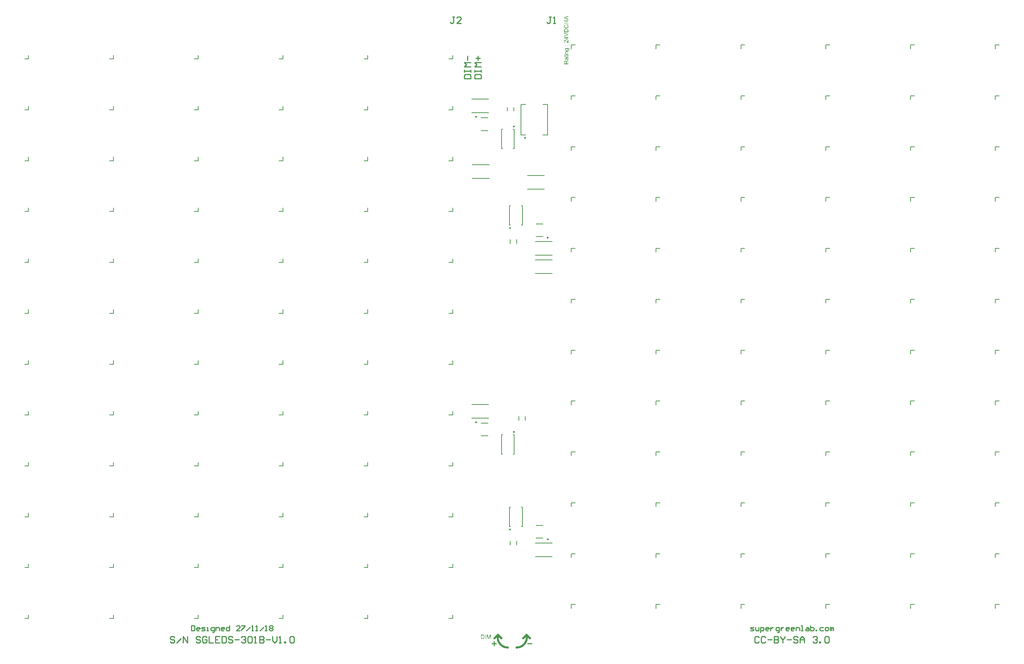
<source format=gto>
%FSLAX25Y25*%
%MOIN*%
G70*
G01*
G75*
%ADD10C,0.00591*%
%ADD11R,0.11024X0.04921*%
%ADD12R,0.01378X0.02165*%
%ADD13R,0.12992X0.17323*%
%ADD14R,0.15354X0.24410*%
%ADD15R,0.04724X0.07087*%
%ADD16R,0.05906X0.07087*%
%ADD17R,0.04724X0.04724*%
%ADD18R,0.04724X0.13386*%
%ADD19R,0.01969X0.02362*%
%ADD20R,0.06693X0.09843*%
%ADD21R,0.06890X0.04724*%
%ADD22R,0.03543X0.02362*%
%ADD23R,0.06693X0.07874*%
%ADD24R,0.05315X0.01772*%
%ADD25R,0.06299X0.22441*%
%ADD26R,0.02362X0.01969*%
%ADD27R,0.12992X0.09843*%
%ADD28C,0.01772*%
%ADD29C,0.00100*%
%ADD30C,0.15748*%
%ADD31C,0.07874*%
%ADD32C,0.00984*%
%ADD33C,0.00787*%
%ADD34C,0.01000*%
G36*
X52264Y259790D02*
X50477D01*
X50416Y259785D01*
X50344Y259779D01*
X50271Y259768D01*
X50205Y259751D01*
X50144Y259735D01*
X50138D01*
X50121Y259723D01*
X50094Y259707D01*
X50060Y259690D01*
X50027Y259663D01*
X49988Y259629D01*
X49949Y259585D01*
X49916Y259535D01*
X49911Y259529D01*
X49900Y259513D01*
X49888Y259479D01*
X49872Y259440D01*
X49855Y259396D01*
X49838Y259341D01*
X49833Y259274D01*
X49827Y259207D01*
Y259202D01*
Y259196D01*
Y259180D01*
X49833Y259157D01*
X49838Y259102D01*
X49850Y259030D01*
X49877Y258952D01*
X49911Y258863D01*
X49955Y258774D01*
X50022Y258691D01*
X50033Y258680D01*
X50060Y258658D01*
X50083Y258641D01*
X50110Y258625D01*
X50144Y258602D01*
X50182Y258586D01*
X50227Y258564D01*
X50282Y258541D01*
X50344Y258525D01*
X50410Y258508D01*
X50482Y258497D01*
X50560Y258486D01*
X50654Y258475D01*
X52264D01*
Y258003D01*
X49478D01*
Y258425D01*
X49877D01*
X49872Y258430D01*
X49855Y258441D01*
X49833Y258458D01*
X49805Y258480D01*
X49772Y258514D01*
X49733Y258553D01*
X49689Y258597D01*
X49644Y258652D01*
X49605Y258708D01*
X49561Y258774D01*
X49522Y258847D01*
X49489Y258924D01*
X49461Y259013D01*
X49439Y259102D01*
X49422Y259202D01*
X49417Y259307D01*
Y259313D01*
Y259318D01*
Y259352D01*
X49422Y259396D01*
X49428Y259457D01*
X49439Y259529D01*
X49455Y259607D01*
X49478Y259690D01*
X49511Y259768D01*
X49516Y259779D01*
X49528Y259801D01*
X49544Y259840D01*
X49572Y259885D01*
X49605Y259940D01*
X49650Y259990D01*
X49694Y260040D01*
X49750Y260084D01*
X49755Y260090D01*
X49777Y260101D01*
X49805Y260118D01*
X49844Y260145D01*
X49900Y260168D01*
X49955Y260190D01*
X50022Y260217D01*
X50094Y260234D01*
X50099D01*
X50121Y260240D01*
X50155Y260245D01*
X50199Y260251D01*
X50266D01*
X50344Y260256D01*
X50438Y260262D01*
X52264D01*
Y259790D01*
D02*
G37*
G36*
Y256810D02*
X49478D01*
Y257281D01*
X52264D01*
Y256810D01*
D02*
G37*
G36*
X48961D02*
X48423D01*
Y257281D01*
X48961D01*
Y256810D01*
D02*
G37*
G36*
X52264Y265595D02*
X51725D01*
Y266134D01*
X52264D01*
Y265595D01*
D02*
G37*
G36*
X50016D02*
X49478D01*
Y266134D01*
X50016D01*
Y265595D01*
D02*
G37*
G36*
X52042Y263253D02*
X52103D01*
X52169Y263248D01*
X52242Y263242D01*
X52391Y263226D01*
X52547Y263203D01*
X52619Y263187D01*
X52686Y263170D01*
X52747Y263148D01*
X52802Y263126D01*
X52808D01*
X52813Y263120D01*
X52846Y263098D01*
X52896Y263070D01*
X52957Y263026D01*
X53024Y262965D01*
X53096Y262893D01*
X53168Y262804D01*
X53229Y262704D01*
Y262698D01*
X53235Y262693D01*
X53246Y262676D01*
X53252Y262654D01*
X53268Y262626D01*
X53279Y262593D01*
X53307Y262510D01*
X53341Y262410D01*
X53363Y262288D01*
X53385Y262149D01*
X53390Y261999D01*
Y261994D01*
Y261977D01*
Y261949D01*
X53385Y261916D01*
Y261871D01*
X53379Y261827D01*
X53374Y261771D01*
X53363Y261710D01*
X53335Y261583D01*
X53296Y261450D01*
X53241Y261316D01*
X53163Y261194D01*
X53157Y261189D01*
X53152Y261183D01*
X53118Y261144D01*
X53069Y261100D01*
X52996Y261044D01*
X52902Y260989D01*
X52785Y260939D01*
X52719Y260922D01*
X52647Y260911D01*
X52575Y260900D01*
X52491D01*
X52552Y261361D01*
X52564D01*
X52586Y261366D01*
X52624Y261377D01*
X52675Y261388D01*
X52724Y261411D01*
X52774Y261438D01*
X52824Y261472D01*
X52863Y261516D01*
X52869Y261527D01*
X52885Y261549D01*
X52908Y261588D01*
X52930Y261644D01*
X52957Y261710D01*
X52980Y261794D01*
X52996Y261894D01*
X53002Y261999D01*
Y262005D01*
Y262016D01*
Y262032D01*
Y262054D01*
X52996Y262110D01*
X52985Y262188D01*
X52969Y262265D01*
X52946Y262349D01*
X52913Y262432D01*
X52869Y262504D01*
X52863Y262510D01*
X52846Y262532D01*
X52813Y262565D01*
X52774Y262604D01*
X52719Y262643D01*
X52658Y262682D01*
X52586Y262720D01*
X52502Y262748D01*
X52497D01*
X52475Y262754D01*
X52430Y262759D01*
X52375Y262765D01*
X52336Y262771D01*
X52292D01*
X52242Y262776D01*
X52125D01*
X52053Y262782D01*
X51898D01*
X51903Y262776D01*
X51914Y262765D01*
X51931Y262748D01*
X51953Y262726D01*
X51981Y262698D01*
X52014Y262660D01*
X52047Y262615D01*
X52081Y262571D01*
X52147Y262454D01*
X52208Y262327D01*
X52231Y262254D01*
X52247Y262177D01*
X52258Y262093D01*
X52264Y262010D01*
Y262005D01*
Y261982D01*
X52258Y261955D01*
Y261916D01*
X52253Y261866D01*
X52242Y261810D01*
X52231Y261749D01*
X52214Y261683D01*
X52192Y261611D01*
X52164Y261538D01*
X52131Y261466D01*
X52092Y261388D01*
X52042Y261316D01*
X51986Y261244D01*
X51925Y261178D01*
X51853Y261117D01*
X51847Y261111D01*
X51836Y261105D01*
X51809Y261089D01*
X51781Y261067D01*
X51736Y261044D01*
X51692Y261017D01*
X51637Y260989D01*
X51570Y260961D01*
X51503Y260933D01*
X51426Y260906D01*
X51348Y260878D01*
X51259Y260856D01*
X51070Y260817D01*
X50965Y260811D01*
X50860Y260806D01*
X50793D01*
X50754Y260811D01*
X50715D01*
X50615Y260822D01*
X50504Y260839D01*
X50382Y260867D01*
X50255Y260900D01*
X50127Y260950D01*
X50121D01*
X50110Y260956D01*
X50094Y260967D01*
X50072Y260978D01*
X50011Y261011D01*
X49933Y261055D01*
X49850Y261117D01*
X49766Y261189D01*
X49678Y261272D01*
X49605Y261366D01*
Y261372D01*
X49600Y261377D01*
X49589Y261394D01*
X49578Y261416D01*
X49544Y261472D01*
X49511Y261549D01*
X49478Y261644D01*
X49444Y261755D01*
X49422Y261877D01*
X49417Y262010D01*
Y262016D01*
Y262032D01*
Y262060D01*
X49422Y262093D01*
X49428Y262132D01*
X49439Y262182D01*
X49450Y262238D01*
X49467Y262299D01*
X49489Y262360D01*
X49516Y262426D01*
X49550Y262493D01*
X49589Y262565D01*
X49633Y262632D01*
X49689Y262698D01*
X49750Y262765D01*
X49822Y262826D01*
X49478D01*
Y263259D01*
X51992D01*
X52042Y263253D01*
D02*
G37*
G36*
X-19628Y-285236D02*
X-20117D01*
Y-282023D01*
X-21238Y-285236D01*
X-21693D01*
X-22803Y-281967D01*
Y-285236D01*
X-23291D01*
Y-281396D01*
X-22531D01*
X-21621Y-284121D01*
Y-284126D01*
X-21615Y-284137D01*
X-21610Y-284154D01*
X-21599Y-284182D01*
X-21577Y-284248D01*
X-21549Y-284332D01*
X-21521Y-284426D01*
X-21488Y-284520D01*
X-21460Y-284609D01*
X-21438Y-284687D01*
X-21432Y-284676D01*
X-21427Y-284648D01*
X-21410Y-284598D01*
X-21388Y-284531D01*
X-21360Y-284443D01*
X-21321Y-284337D01*
X-21282Y-284215D01*
X-21233Y-284071D01*
X-20311Y-281396D01*
X-19628D01*
Y-285236D01*
D02*
G37*
G36*
X-24174D02*
X-24685D01*
Y-281396D01*
X-24174D01*
Y-285236D01*
D02*
G37*
G36*
X-27066Y-281401D02*
X-26954Y-281407D01*
X-26844Y-281418D01*
X-26733Y-281434D01*
X-26638Y-281451D01*
X-26633D01*
X-26621Y-281457D01*
X-26605D01*
X-26583Y-281468D01*
X-26522Y-281484D01*
X-26444Y-281512D01*
X-26355Y-281551D01*
X-26261Y-281601D01*
X-26166Y-281657D01*
X-26078Y-281729D01*
X-26072Y-281734D01*
X-26066Y-281740D01*
X-26050Y-281756D01*
X-26028Y-281773D01*
X-25972Y-281828D01*
X-25906Y-281906D01*
X-25833Y-282001D01*
X-25756Y-282112D01*
X-25684Y-282239D01*
X-25622Y-282383D01*
Y-282389D01*
X-25617Y-282400D01*
X-25606Y-282422D01*
X-25600Y-282456D01*
X-25584Y-282494D01*
X-25573Y-282539D01*
X-25561Y-282589D01*
X-25545Y-282650D01*
X-25528Y-282711D01*
X-25517Y-282783D01*
X-25489Y-282939D01*
X-25473Y-283111D01*
X-25467Y-283299D01*
Y-283305D01*
Y-283316D01*
Y-283344D01*
Y-283371D01*
X-25473Y-283410D01*
Y-283455D01*
X-25478Y-283560D01*
X-25495Y-283682D01*
X-25512Y-283810D01*
X-25539Y-283943D01*
X-25573Y-284076D01*
Y-284082D01*
X-25578Y-284093D01*
X-25584Y-284110D01*
X-25589Y-284132D01*
X-25611Y-284193D01*
X-25645Y-284271D01*
X-25678Y-284359D01*
X-25722Y-284448D01*
X-25778Y-284542D01*
X-25833Y-284631D01*
X-25839Y-284642D01*
X-25861Y-284670D01*
X-25894Y-284709D01*
X-25939Y-284759D01*
X-25989Y-284814D01*
X-26050Y-284870D01*
X-26111Y-284931D01*
X-26183Y-284981D01*
X-26194Y-284986D01*
X-26216Y-285003D01*
X-26255Y-285025D01*
X-26311Y-285053D01*
X-26377Y-285086D01*
X-26455Y-285114D01*
X-26544Y-285147D01*
X-26644Y-285175D01*
X-26655D01*
X-26671Y-285181D01*
X-26688Y-285186D01*
X-26744Y-285192D01*
X-26821Y-285203D01*
X-26910Y-285214D01*
X-27016Y-285225D01*
X-27132Y-285231D01*
X-27260Y-285236D01*
X-28642D01*
Y-281396D01*
X-27165D01*
X-27066Y-281401D01*
D02*
G37*
G36*
X52264Y256394D02*
X52269Y256371D01*
X52275Y256332D01*
X52280Y256282D01*
X52292Y256227D01*
X52297Y256166D01*
X52303Y256044D01*
Y256033D01*
Y255999D01*
X52297Y255955D01*
X52292Y255900D01*
X52286Y255833D01*
X52269Y255766D01*
X52253Y255705D01*
X52225Y255644D01*
X52219Y255639D01*
X52208Y255622D01*
X52192Y255600D01*
X52164Y255567D01*
X52136Y255539D01*
X52097Y255505D01*
X52058Y255472D01*
X52008Y255450D01*
X52003D01*
X51981Y255439D01*
X51942Y255433D01*
X51886Y255422D01*
X51814Y255411D01*
X51770Y255406D01*
X51720D01*
X51659Y255400D01*
X51598Y255395D01*
X49844D01*
Y255045D01*
X49478D01*
Y255395D01*
X48790D01*
X48506Y255866D01*
X49478D01*
Y256344D01*
X49844D01*
Y255866D01*
X51548D01*
X51587Y255872D01*
X51675Y255877D01*
X51714Y255883D01*
X51742Y255889D01*
X51753Y255894D01*
X51775Y255911D01*
X51803Y255933D01*
X51831Y255972D01*
X51836Y255983D01*
X51847Y256011D01*
X51859Y256061D01*
X51864Y256133D01*
Y256138D01*
Y256149D01*
Y256166D01*
Y256188D01*
X51859Y256216D01*
Y256255D01*
X51853Y256299D01*
X51847Y256344D01*
X52264Y256405D01*
Y256394D01*
D02*
G37*
G36*
Y254240D02*
X52258Y254235D01*
X52236Y254229D01*
X52208Y254218D01*
X52164Y254201D01*
X52114Y254185D01*
X52053Y254173D01*
X51986Y254162D01*
X51914Y254151D01*
Y254146D01*
X51925Y254140D01*
X51953Y254107D01*
X51992Y254057D01*
X52042Y253990D01*
X52092Y253907D01*
X52147Y253824D01*
X52197Y253735D01*
X52236Y253641D01*
X52242Y253630D01*
X52247Y253596D01*
X52264Y253546D01*
X52280Y253485D01*
X52297Y253408D01*
X52308Y253319D01*
X52319Y253219D01*
X52325Y253119D01*
Y253114D01*
Y253097D01*
Y253075D01*
X52319Y253041D01*
Y253003D01*
X52314Y252958D01*
X52297Y252858D01*
X52269Y252747D01*
X52231Y252625D01*
X52175Y252514D01*
X52103Y252414D01*
X52092Y252403D01*
X52064Y252375D01*
X52014Y252337D01*
X51947Y252292D01*
X51864Y252248D01*
X51770Y252209D01*
X51653Y252181D01*
X51598Y252175D01*
X51531Y252170D01*
X51498D01*
X51459Y252175D01*
X51409Y252181D01*
X51348Y252192D01*
X51287Y252209D01*
X51220Y252231D01*
X51159Y252259D01*
X51154Y252264D01*
X51132Y252275D01*
X51098Y252298D01*
X51059Y252325D01*
X51015Y252359D01*
X50971Y252403D01*
X50926Y252448D01*
X50887Y252503D01*
X50882Y252508D01*
X50871Y252531D01*
X50849Y252558D01*
X50826Y252603D01*
X50804Y252653D01*
X50776Y252714D01*
X50754Y252775D01*
X50732Y252847D01*
Y252853D01*
X50726Y252875D01*
X50715Y252908D01*
X50710Y252953D01*
X50699Y253008D01*
X50688Y253080D01*
X50671Y253163D01*
X50660Y253263D01*
Y253269D01*
X50654Y253291D01*
Y253319D01*
X50649Y253358D01*
X50643Y253402D01*
X50632Y253458D01*
X50626Y253519D01*
X50615Y253585D01*
X50588Y253718D01*
X50560Y253863D01*
X50527Y253990D01*
X50510Y254051D01*
X50493Y254107D01*
X50477D01*
X50443Y254113D01*
X50327D01*
X50271Y254107D01*
X50210Y254096D01*
X50144Y254079D01*
X50077Y254051D01*
X50016Y254018D01*
X49966Y253974D01*
X49961Y253968D01*
X49938Y253940D01*
X49916Y253896D01*
X49883Y253840D01*
X49855Y253763D01*
X49827Y253674D01*
X49811Y253563D01*
X49805Y253435D01*
Y253430D01*
Y253419D01*
Y253402D01*
Y253380D01*
X49811Y253324D01*
X49822Y253247D01*
X49833Y253169D01*
X49855Y253086D01*
X49883Y253008D01*
X49922Y252941D01*
X49927Y252936D01*
X49944Y252914D01*
X49972Y252886D01*
X50016Y252853D01*
X50072Y252819D01*
X50144Y252781D01*
X50232Y252747D01*
X50332Y252714D01*
X50271Y252253D01*
X50266D01*
X50260Y252259D01*
X50244D01*
X50221Y252264D01*
X50171Y252281D01*
X50099Y252303D01*
X50027Y252331D01*
X49949Y252364D01*
X49872Y252409D01*
X49800Y252459D01*
X49794Y252464D01*
X49772Y252486D01*
X49738Y252520D01*
X49694Y252564D01*
X49650Y252625D01*
X49605Y252697D01*
X49555Y252781D01*
X49516Y252875D01*
Y252880D01*
X49511Y252886D01*
X49505Y252903D01*
X49500Y252925D01*
X49483Y252980D01*
X49467Y253058D01*
X49450Y253147D01*
X49433Y253258D01*
X49422Y253374D01*
X49417Y253507D01*
Y253513D01*
Y253524D01*
Y253541D01*
Y253569D01*
X49422Y253630D01*
X49428Y253713D01*
X49439Y253807D01*
X49455Y253902D01*
X49478Y253996D01*
X49505Y254085D01*
X49511Y254096D01*
X49522Y254124D01*
X49539Y254162D01*
X49561Y254212D01*
X49594Y254268D01*
X49628Y254323D01*
X49672Y254373D01*
X49716Y254418D01*
X49722Y254423D01*
X49738Y254434D01*
X49766Y254451D01*
X49800Y254473D01*
X49850Y254501D01*
X49900Y254523D01*
X49961Y254545D01*
X50033Y254562D01*
X50038D01*
X50055Y254568D01*
X50088Y254573D01*
X50133Y254579D01*
X50194D01*
X50266Y254584D01*
X50360Y254590D01*
X51315D01*
X51448Y254595D01*
X51587D01*
X51725Y254601D01*
X51787Y254606D01*
X51842D01*
X51892Y254612D01*
X51931Y254618D01*
X51936D01*
X51959Y254623D01*
X51992Y254629D01*
X52036Y254645D01*
X52086Y254656D01*
X52142Y254679D01*
X52203Y254706D01*
X52264Y254734D01*
Y254240D01*
D02*
G37*
G36*
Y251265D02*
X51465Y250760D01*
X51459D01*
X51448Y250749D01*
X51431Y250738D01*
X51409Y250721D01*
X51348Y250683D01*
X51270Y250633D01*
X51187Y250572D01*
X51098Y250511D01*
X51015Y250449D01*
X50937Y250394D01*
X50932Y250388D01*
X50910Y250372D01*
X50876Y250344D01*
X50837Y250305D01*
X50754Y250222D01*
X50715Y250178D01*
X50682Y250133D01*
X50677Y250128D01*
X50671Y250116D01*
X50660Y250094D01*
X50643Y250061D01*
X50626Y250028D01*
X50610Y249989D01*
X50582Y249900D01*
Y249894D01*
X50577Y249883D01*
Y249861D01*
X50571Y249833D01*
X50565Y249795D01*
Y249750D01*
X50560Y249689D01*
Y249623D01*
Y249034D01*
X52264D01*
Y248524D01*
X48423D01*
Y250222D01*
Y250227D01*
Y250244D01*
Y250272D01*
Y250305D01*
X48429Y250350D01*
Y250399D01*
X48434Y250516D01*
X48451Y250638D01*
X48468Y250771D01*
X48495Y250893D01*
X48512Y250955D01*
X48529Y251005D01*
Y251010D01*
X48534Y251016D01*
X48551Y251049D01*
X48573Y251099D01*
X48612Y251160D01*
X48662Y251226D01*
X48728Y251299D01*
X48806Y251365D01*
X48895Y251432D01*
X48900D01*
X48906Y251437D01*
X48939Y251460D01*
X48995Y251482D01*
X49067Y251515D01*
X49150Y251543D01*
X49250Y251571D01*
X49356Y251587D01*
X49472Y251593D01*
X49511D01*
X49539Y251587D01*
X49578D01*
X49616Y251582D01*
X49711Y251559D01*
X49822Y251526D01*
X49938Y251482D01*
X50055Y251415D01*
X50110Y251371D01*
X50166Y251326D01*
X50171Y251321D01*
X50177Y251315D01*
X50194Y251299D01*
X50210Y251276D01*
X50232Y251249D01*
X50255Y251215D01*
X50282Y251171D01*
X50316Y251127D01*
X50344Y251071D01*
X50371Y251010D01*
X50405Y250943D01*
X50432Y250871D01*
X50454Y250788D01*
X50482Y250705D01*
X50499Y250610D01*
X50516Y250511D01*
X50521Y250522D01*
X50532Y250544D01*
X50554Y250577D01*
X50577Y250622D01*
X50638Y250721D01*
X50677Y250771D01*
X50710Y250816D01*
X50721Y250827D01*
X50749Y250855D01*
X50793Y250899D01*
X50849Y250955D01*
X50926Y251016D01*
X51010Y251088D01*
X51109Y251160D01*
X51220Y251238D01*
X52264Y251898D01*
Y251265D01*
D02*
G37*
G36*
X51076Y285181D02*
X51109Y285170D01*
X51154Y285154D01*
X51204Y285137D01*
X51265Y285115D01*
X51331Y285087D01*
X51403Y285054D01*
X51559Y284976D01*
X51714Y284876D01*
X51792Y284815D01*
X51870Y284754D01*
X51936Y284687D01*
X52003Y284610D01*
X52008Y284604D01*
X52020Y284593D01*
X52031Y284565D01*
X52053Y284538D01*
X52081Y284493D01*
X52108Y284449D01*
X52136Y284388D01*
X52164Y284327D01*
X52197Y284255D01*
X52225Y284177D01*
X52253Y284094D01*
X52280Y284005D01*
X52303Y283910D01*
X52314Y283810D01*
X52325Y283705D01*
X52330Y283594D01*
Y283589D01*
Y283566D01*
Y283533D01*
X52325Y283489D01*
Y283439D01*
X52319Y283378D01*
X52308Y283311D01*
X52297Y283233D01*
X52269Y283072D01*
X52225Y282906D01*
X52164Y282739D01*
X52125Y282662D01*
X52081Y282584D01*
X52075Y282578D01*
X52069Y282567D01*
X52053Y282545D01*
X52031Y282523D01*
X52008Y282490D01*
X51975Y282451D01*
X51936Y282406D01*
X51892Y282362D01*
X51842Y282318D01*
X51792Y282268D01*
X51664Y282168D01*
X51515Y282073D01*
X51348Y281990D01*
X51342D01*
X51326Y281979D01*
X51298Y281974D01*
X51265Y281957D01*
X51220Y281946D01*
X51165Y281929D01*
X51104Y281907D01*
X51037Y281890D01*
X50965Y281874D01*
X50882Y281851D01*
X50710Y281824D01*
X50516Y281801D01*
X50316Y281790D01*
X50255D01*
X50216Y281796D01*
X50160D01*
X50105Y281801D01*
X50033Y281807D01*
X49961Y281818D01*
X49800Y281846D01*
X49622Y281885D01*
X49444Y281940D01*
X49272Y282018D01*
X49267Y282023D01*
X49250Y282029D01*
X49228Y282040D01*
X49200Y282062D01*
X49161Y282084D01*
X49117Y282112D01*
X49017Y282184D01*
X48906Y282279D01*
X48795Y282390D01*
X48684Y282517D01*
X48590Y282667D01*
X48584Y282673D01*
X48579Y282689D01*
X48568Y282712D01*
X48551Y282739D01*
X48534Y282784D01*
X48518Y282828D01*
X48495Y282884D01*
X48473Y282945D01*
X48451Y283011D01*
X48429Y283084D01*
X48395Y283239D01*
X48368Y283417D01*
X48357Y283600D01*
Y283605D01*
Y283627D01*
Y283655D01*
X48362Y283694D01*
X48368Y283744D01*
X48373Y283805D01*
X48379Y283866D01*
X48395Y283938D01*
X48429Y284088D01*
X48479Y284255D01*
X48512Y284338D01*
X48551Y284416D01*
X48601Y284493D01*
X48651Y284571D01*
X48656Y284576D01*
X48662Y284588D01*
X48678Y284610D01*
X48706Y284637D01*
X48734Y284665D01*
X48773Y284704D01*
X48817Y284743D01*
X48862Y284787D01*
X48917Y284832D01*
X48984Y284876D01*
X49050Y284926D01*
X49123Y284970D01*
X49206Y285009D01*
X49289Y285054D01*
X49378Y285087D01*
X49478Y285120D01*
X49594Y284621D01*
X49589D01*
X49578Y284615D01*
X49555Y284604D01*
X49528Y284593D01*
X49494Y284582D01*
X49450Y284565D01*
X49361Y284521D01*
X49261Y284465D01*
X49161Y284399D01*
X49067Y284316D01*
X48984Y284227D01*
X48973Y284216D01*
X48950Y284182D01*
X48923Y284127D01*
X48884Y284055D01*
X48851Y283960D01*
X48817Y283855D01*
X48795Y283727D01*
X48790Y283589D01*
Y283583D01*
Y283566D01*
Y283544D01*
X48795Y283516D01*
Y283477D01*
X48801Y283433D01*
X48817Y283328D01*
X48839Y283211D01*
X48878Y283089D01*
X48934Y282961D01*
X49006Y282845D01*
Y282839D01*
X49017Y282834D01*
X49045Y282795D01*
X49089Y282745D01*
X49156Y282684D01*
X49239Y282612D01*
X49333Y282545D01*
X49450Y282484D01*
X49578Y282429D01*
X49583D01*
X49594Y282423D01*
X49611Y282417D01*
X49639Y282412D01*
X49672Y282401D01*
X49711Y282390D01*
X49805Y282373D01*
X49916Y282351D01*
X50038Y282329D01*
X50171Y282318D01*
X50316Y282312D01*
X50399D01*
X50438Y282318D01*
X50488D01*
X50543Y282323D01*
X50604Y282329D01*
X50738Y282345D01*
X50882Y282373D01*
X51026Y282406D01*
X51170Y282451D01*
X51176D01*
X51187Y282456D01*
X51204Y282467D01*
X51231Y282478D01*
X51298Y282512D01*
X51376Y282562D01*
X51465Y282623D01*
X51559Y282700D01*
X51642Y282789D01*
X51720Y282895D01*
Y282900D01*
X51725Y282911D01*
X51736Y282928D01*
X51748Y282950D01*
X51759Y282978D01*
X51775Y283011D01*
X51809Y283089D01*
X51842Y283189D01*
X51870Y283300D01*
X51892Y283422D01*
X51898Y283550D01*
Y283555D01*
Y283566D01*
Y283589D01*
X51892Y283622D01*
Y283661D01*
X51886Y283699D01*
X51864Y283799D01*
X51836Y283916D01*
X51792Y284033D01*
X51731Y284155D01*
X51698Y284216D01*
X51653Y284271D01*
X51648Y284277D01*
X51642Y284282D01*
X51626Y284299D01*
X51609Y284321D01*
X51581Y284343D01*
X51548Y284371D01*
X51515Y284404D01*
X51470Y284432D01*
X51420Y284465D01*
X51365Y284504D01*
X51309Y284538D01*
X51243Y284571D01*
X51170Y284599D01*
X51093Y284626D01*
X51010Y284654D01*
X50921Y284676D01*
X51048Y285187D01*
X51054D01*
X51076Y285181D01*
D02*
G37*
G36*
X50438Y281235D02*
X50482D01*
X50588Y281230D01*
X50710Y281213D01*
X50837Y281196D01*
X50971Y281169D01*
X51104Y281135D01*
X51109D01*
X51121Y281130D01*
X51137Y281124D01*
X51159Y281119D01*
X51220Y281097D01*
X51298Y281063D01*
X51387Y281030D01*
X51476Y280986D01*
X51570Y280930D01*
X51659Y280875D01*
X51670Y280869D01*
X51698Y280847D01*
X51736Y280814D01*
X51787Y280769D01*
X51842Y280719D01*
X51898Y280658D01*
X51959Y280597D01*
X52008Y280525D01*
X52014Y280514D01*
X52031Y280492D01*
X52053Y280453D01*
X52081Y280397D01*
X52114Y280331D01*
X52142Y280253D01*
X52175Y280164D01*
X52203Y280064D01*
Y280059D01*
Y280053D01*
X52208Y280036D01*
X52214Y280020D01*
X52219Y279964D01*
X52231Y279887D01*
X52242Y279798D01*
X52253Y279692D01*
X52258Y279576D01*
X52264Y279448D01*
Y278066D01*
X48423D01*
Y279387D01*
Y279393D01*
Y279409D01*
Y279432D01*
Y279459D01*
Y279498D01*
Y279543D01*
X48429Y279643D01*
X48434Y279753D01*
X48445Y279865D01*
X48462Y279976D01*
X48479Y280070D01*
Y280075D01*
X48484Y280086D01*
Y280103D01*
X48495Y280125D01*
X48512Y280186D01*
X48540Y280264D01*
X48579Y280353D01*
X48629Y280447D01*
X48684Y280542D01*
X48756Y280630D01*
X48762Y280636D01*
X48767Y280642D01*
X48784Y280658D01*
X48801Y280680D01*
X48856Y280736D01*
X48934Y280802D01*
X49028Y280875D01*
X49139Y280952D01*
X49267Y281024D01*
X49411Y281085D01*
X49417D01*
X49428Y281091D01*
X49450Y281102D01*
X49483Y281108D01*
X49522Y281124D01*
X49567Y281135D01*
X49616Y281147D01*
X49678Y281163D01*
X49738Y281180D01*
X49811Y281191D01*
X49966Y281219D01*
X50138Y281235D01*
X50327Y281241D01*
X50399D01*
X50438Y281235D01*
D02*
G37*
G36*
X52330Y285775D02*
Y285398D01*
X48357Y286513D01*
Y286891D01*
X52330Y285775D01*
D02*
G37*
G36*
X52264Y292885D02*
X51098Y292435D01*
Y290826D01*
X52264Y290409D01*
Y289871D01*
X48423Y291336D01*
Y291891D01*
X52264Y293462D01*
Y292885D01*
D02*
G37*
G36*
X51342Y289094D02*
X52264D01*
Y288622D01*
X51342D01*
Y286952D01*
X50910D01*
X48423Y288711D01*
Y289094D01*
X50910D01*
Y289616D01*
X51342D01*
Y289094D01*
D02*
G37*
G36*
Y273288D02*
X52264D01*
Y272816D01*
X51342D01*
Y271145D01*
X50910D01*
X48423Y272905D01*
Y273288D01*
X50910D01*
Y273809D01*
X51342D01*
Y273288D01*
D02*
G37*
G36*
X52264Y268254D02*
X52203D01*
X52158Y268259D01*
X52108Y268265D01*
X52053Y268276D01*
X51997Y268287D01*
X51936Y268309D01*
X51931D01*
X51925Y268315D01*
X51892Y268326D01*
X51842Y268348D01*
X51775Y268382D01*
X51698Y268426D01*
X51609Y268481D01*
X51520Y268543D01*
X51426Y268620D01*
X51420D01*
X51415Y268631D01*
X51381Y268659D01*
X51331Y268709D01*
X51259Y268781D01*
X51176Y268864D01*
X51076Y268970D01*
X50965Y269097D01*
X50849Y269236D01*
X50843Y269242D01*
X50826Y269264D01*
X50799Y269297D01*
X50765Y269336D01*
X50721Y269386D01*
X50671Y269447D01*
X50615Y269508D01*
X50554Y269580D01*
X50421Y269719D01*
X50288Y269858D01*
X50221Y269924D01*
X50155Y269986D01*
X50094Y270041D01*
X50033Y270085D01*
X50027D01*
X50022Y270096D01*
X50005Y270108D01*
X49983Y270119D01*
X49922Y270158D01*
X49850Y270202D01*
X49761Y270241D01*
X49666Y270280D01*
X49561Y270302D01*
X49461Y270313D01*
X49450D01*
X49417Y270307D01*
X49361Y270302D01*
X49300Y270285D01*
X49222Y270263D01*
X49145Y270224D01*
X49067Y270174D01*
X48989Y270108D01*
X48978Y270096D01*
X48956Y270069D01*
X48928Y270030D01*
X48889Y269969D01*
X48856Y269891D01*
X48823Y269802D01*
X48801Y269697D01*
X48795Y269580D01*
Y269575D01*
Y269564D01*
Y269547D01*
X48801Y269525D01*
X48806Y269458D01*
X48823Y269380D01*
X48845Y269297D01*
X48884Y269203D01*
X48934Y269114D01*
X49000Y269031D01*
X49011Y269020D01*
X49039Y268998D01*
X49084Y268964D01*
X49150Y268931D01*
X49228Y268892D01*
X49328Y268859D01*
X49439Y268837D01*
X49567Y268826D01*
X49516Y268343D01*
X49511D01*
X49494Y268348D01*
X49467D01*
X49428Y268354D01*
X49383Y268365D01*
X49333Y268376D01*
X49272Y268393D01*
X49211Y268409D01*
X49078Y268454D01*
X48945Y268520D01*
X48878Y268559D01*
X48812Y268609D01*
X48751Y268659D01*
X48695Y268714D01*
X48690Y268720D01*
X48684Y268731D01*
X48667Y268748D01*
X48651Y268776D01*
X48629Y268809D01*
X48606Y268848D01*
X48579Y268892D01*
X48551Y268948D01*
X48523Y269009D01*
X48495Y269075D01*
X48473Y269147D01*
X48451Y269225D01*
X48434Y269308D01*
X48418Y269397D01*
X48412Y269492D01*
X48406Y269591D01*
Y269597D01*
Y269614D01*
Y269647D01*
X48412Y269686D01*
X48418Y269730D01*
X48423Y269786D01*
X48434Y269847D01*
X48445Y269908D01*
X48484Y270052D01*
X48540Y270196D01*
X48573Y270269D01*
X48612Y270341D01*
X48662Y270407D01*
X48717Y270468D01*
X48723Y270474D01*
X48728Y270485D01*
X48751Y270496D01*
X48773Y270518D01*
X48801Y270546D01*
X48839Y270574D01*
X48878Y270602D01*
X48928Y270635D01*
X49034Y270690D01*
X49167Y270746D01*
X49233Y270768D01*
X49311Y270779D01*
X49389Y270790D01*
X49472Y270796D01*
X49511D01*
X49555Y270790D01*
X49616Y270785D01*
X49683Y270774D01*
X49761Y270751D01*
X49844Y270729D01*
X49927Y270696D01*
X49938Y270690D01*
X49966Y270679D01*
X50011Y270657D01*
X50072Y270624D01*
X50138Y270579D01*
X50221Y270524D01*
X50305Y270457D01*
X50399Y270379D01*
X50410Y270368D01*
X50443Y270341D01*
X50471Y270313D01*
X50499Y270285D01*
X50532Y270252D01*
X50577Y270208D01*
X50621Y270163D01*
X50671Y270108D01*
X50726Y270052D01*
X50788Y269986D01*
X50849Y269913D01*
X50921Y269836D01*
X50993Y269747D01*
X51070Y269658D01*
X51076Y269653D01*
X51087Y269641D01*
X51104Y269619D01*
X51126Y269591D01*
X51159Y269558D01*
X51193Y269519D01*
X51265Y269430D01*
X51348Y269336D01*
X51431Y269247D01*
X51503Y269170D01*
X51531Y269136D01*
X51559Y269109D01*
X51565Y269103D01*
X51581Y269086D01*
X51603Y269064D01*
X51637Y269036D01*
X51675Y269009D01*
X51714Y268975D01*
X51809Y268909D01*
Y270801D01*
X52264D01*
Y268254D01*
D02*
G37*
G36*
Y276107D02*
Y275574D01*
X48423Y274087D01*
Y274642D01*
X51215Y275641D01*
X51220D01*
X51231Y275646D01*
X51248Y275652D01*
X51270Y275663D01*
X51304Y275669D01*
X51337Y275680D01*
X51420Y275708D01*
X51515Y275741D01*
X51620Y275774D01*
X51842Y275841D01*
X51836D01*
X51825Y275846D01*
X51809Y275852D01*
X51787Y275857D01*
X51725Y275874D01*
X51642Y275902D01*
X51548Y275929D01*
X51442Y275963D01*
X51331Y276002D01*
X51215Y276046D01*
X48423Y277090D01*
Y277606D01*
X52264Y276107D01*
D02*
G37*
%LPC*%
G36*
X50910Y288622D02*
X49189D01*
X50910Y287413D01*
Y288622D01*
D02*
G37*
G36*
X-27243Y-281851D02*
X-28131D01*
Y-284781D01*
X-27221D01*
X-27182Y-284776D01*
X-27099Y-284770D01*
X-27005Y-284765D01*
X-26905Y-284753D01*
X-26805Y-284737D01*
X-26721Y-284715D01*
X-26710Y-284709D01*
X-26683Y-284703D01*
X-26644Y-284687D01*
X-26594Y-284665D01*
X-26538Y-284631D01*
X-26483Y-284598D01*
X-26427Y-284559D01*
X-26372Y-284515D01*
X-26366Y-284504D01*
X-26344Y-284481D01*
X-26311Y-284443D01*
X-26272Y-284387D01*
X-26228Y-284315D01*
X-26177Y-284232D01*
X-26133Y-284137D01*
X-26094Y-284032D01*
Y-284026D01*
X-26089Y-284015D01*
X-26083Y-283999D01*
X-26078Y-283976D01*
X-26072Y-283949D01*
X-26061Y-283910D01*
X-26050Y-283871D01*
X-26039Y-283826D01*
X-26022Y-283716D01*
X-26006Y-283588D01*
X-25994Y-283444D01*
X-25989Y-283288D01*
Y-283283D01*
Y-283260D01*
Y-283233D01*
X-25994Y-283188D01*
Y-283138D01*
X-26000Y-283083D01*
X-26006Y-283016D01*
X-26011Y-282950D01*
X-26039Y-282800D01*
X-26072Y-282644D01*
X-26122Y-282500D01*
X-26155Y-282428D01*
X-26189Y-282367D01*
Y-282361D01*
X-26200Y-282350D01*
X-26211Y-282334D01*
X-26222Y-282311D01*
X-26266Y-282256D01*
X-26322Y-282189D01*
X-26394Y-282117D01*
X-26477Y-282045D01*
X-26572Y-281984D01*
X-26671Y-281934D01*
X-26683Y-281928D01*
X-26710Y-281923D01*
X-26760Y-281906D01*
X-26832Y-281890D01*
X-26921Y-281878D01*
X-27032Y-281862D01*
X-27099Y-281856D01*
X-27171D01*
X-27243Y-281851D01*
D02*
G37*
G36*
X50682Y292274D02*
X49628Y291875D01*
X49622D01*
X49605Y291869D01*
X49578Y291858D01*
X49544Y291847D01*
X49505Y291830D01*
X49455Y291814D01*
X49400Y291797D01*
X49345Y291775D01*
X49217Y291730D01*
X49084Y291686D01*
X48950Y291642D01*
X48823Y291603D01*
X48828D01*
X48839Y291597D01*
X48862D01*
X48884Y291586D01*
X48923Y291581D01*
X48961Y291569D01*
X49056Y291547D01*
X49167Y291519D01*
X49289Y291481D01*
X49422Y291442D01*
X49561Y291392D01*
X50682Y290976D01*
Y292274D01*
D02*
G37*
G36*
X49478Y251071D02*
X49467D01*
X49433Y251065D01*
X49383Y251060D01*
X49317Y251049D01*
X49250Y251021D01*
X49172Y250988D01*
X49100Y250938D01*
X49028Y250871D01*
X49023Y250860D01*
X49000Y250832D01*
X48973Y250788D01*
X48939Y250716D01*
X48906Y250633D01*
X48878Y250522D01*
X48856Y250394D01*
X48851Y250244D01*
Y249034D01*
X50121D01*
Y250122D01*
Y250128D01*
Y250139D01*
Y250155D01*
Y250178D01*
X50116Y250244D01*
X50110Y250322D01*
X50105Y250411D01*
X50094Y250499D01*
X50077Y250588D01*
X50055Y250666D01*
X50049Y250677D01*
X50038Y250699D01*
X50022Y250732D01*
X49999Y250777D01*
X49966Y250827D01*
X49927Y250877D01*
X49877Y250927D01*
X49822Y250966D01*
X49816Y250971D01*
X49794Y250982D01*
X49761Y250999D01*
X49716Y251021D01*
X49666Y251038D01*
X49611Y251054D01*
X49544Y251065D01*
X49478Y251071D01*
D02*
G37*
G36*
X50865Y254113D02*
Y254107D01*
X50871Y254101D01*
X50876Y254085D01*
X50882Y254063D01*
X50893Y254035D01*
X50904Y254001D01*
X50915Y253963D01*
X50926Y253918D01*
X50943Y253868D01*
X50954Y253807D01*
X50971Y253746D01*
X50987Y253674D01*
X51004Y253596D01*
X51021Y253519D01*
X51032Y253430D01*
X51048Y253335D01*
Y253330D01*
Y253324D01*
X51054Y253291D01*
X51065Y253236D01*
X51076Y253174D01*
X51087Y253108D01*
X51104Y253041D01*
X51121Y252980D01*
X51143Y252925D01*
Y252919D01*
X51154Y252903D01*
X51165Y252880D01*
X51182Y252858D01*
X51226Y252792D01*
X51293Y252736D01*
X51298D01*
X51309Y252725D01*
X51331Y252719D01*
X51359Y252708D01*
X51392Y252697D01*
X51426Y252686D01*
X51470Y252681D01*
X51515Y252675D01*
X51548D01*
X51581Y252681D01*
X51626Y252692D01*
X51675Y252708D01*
X51725Y252736D01*
X51781Y252769D01*
X51831Y252814D01*
X51836Y252819D01*
X51847Y252841D01*
X51870Y252875D01*
X51892Y252919D01*
X51914Y252980D01*
X51936Y253052D01*
X51947Y253136D01*
X51953Y253236D01*
Y253241D01*
Y253247D01*
Y253280D01*
X51947Y253335D01*
X51936Y253397D01*
X51925Y253474D01*
X51903Y253552D01*
X51875Y253635D01*
X51836Y253718D01*
X51831Y253730D01*
X51814Y253752D01*
X51787Y253791D01*
X51748Y253835D01*
X51703Y253885D01*
X51648Y253940D01*
X51581Y253985D01*
X51509Y254029D01*
X51503Y254035D01*
X51481Y254040D01*
X51442Y254051D01*
X51392Y254068D01*
X51326Y254085D01*
X51248Y254096D01*
X51154Y254101D01*
X51043Y254107D01*
X50865Y254113D01*
D02*
G37*
G36*
X50910Y272816D02*
X49189D01*
X50910Y271606D01*
Y272816D01*
D02*
G37*
G36*
X50316Y280719D02*
X50260D01*
X50216Y280714D01*
X50166D01*
X50110Y280708D01*
X50044Y280702D01*
X49977Y280697D01*
X49827Y280669D01*
X49672Y280636D01*
X49528Y280586D01*
X49455Y280553D01*
X49394Y280519D01*
X49389D01*
X49378Y280508D01*
X49361Y280497D01*
X49339Y280486D01*
X49283Y280442D01*
X49217Y280386D01*
X49145Y280314D01*
X49073Y280231D01*
X49011Y280136D01*
X48961Y280036D01*
X48956Y280025D01*
X48950Y279998D01*
X48934Y279948D01*
X48917Y279876D01*
X48906Y279787D01*
X48889Y279676D01*
X48884Y279609D01*
Y279537D01*
X48878Y279465D01*
Y279382D01*
Y278577D01*
X51809D01*
Y279393D01*
Y279398D01*
Y279409D01*
Y279432D01*
Y279454D01*
Y279487D01*
X51803Y279526D01*
X51798Y279609D01*
X51792Y279703D01*
X51781Y279803D01*
X51764Y279903D01*
X51742Y279987D01*
X51736Y279998D01*
X51731Y280025D01*
X51714Y280064D01*
X51692Y280114D01*
X51659Y280170D01*
X51626Y280225D01*
X51587Y280281D01*
X51542Y280336D01*
X51531Y280342D01*
X51509Y280364D01*
X51470Y280397D01*
X51415Y280436D01*
X51342Y280481D01*
X51259Y280531D01*
X51165Y280575D01*
X51059Y280614D01*
X51054D01*
X51043Y280619D01*
X51026Y280625D01*
X51004Y280630D01*
X50976Y280636D01*
X50937Y280647D01*
X50898Y280658D01*
X50854Y280669D01*
X50743Y280686D01*
X50615Y280702D01*
X50471Y280714D01*
X50316Y280719D01*
D02*
G37*
G36*
X50937Y262820D02*
X50793D01*
X50760Y262815D01*
X50715D01*
X50665Y262809D01*
X50554Y262793D01*
X50427Y262765D01*
X50299Y262726D01*
X50171Y262671D01*
X50116Y262632D01*
X50066Y262593D01*
X50060D01*
X50055Y262582D01*
X50027Y262554D01*
X49983Y262504D01*
X49933Y262438D01*
X49888Y262360D01*
X49844Y262265D01*
X49816Y262160D01*
X49805Y262105D01*
Y262043D01*
Y262038D01*
Y262032D01*
Y262016D01*
X49811Y261994D01*
X49816Y261932D01*
X49838Y261860D01*
X49866Y261771D01*
X49916Y261683D01*
X49977Y261594D01*
X50022Y261549D01*
X50066Y261505D01*
X50072D01*
X50077Y261494D01*
X50094Y261483D01*
X50116Y261472D01*
X50138Y261455D01*
X50171Y261438D01*
X50210Y261416D01*
X50255Y261400D01*
X50305Y261377D01*
X50366Y261355D01*
X50427Y261339D01*
X50493Y261322D01*
X50571Y261311D01*
X50649Y261300D01*
X50732Y261289D01*
X50876D01*
X50915Y261294D01*
X50959D01*
X51015Y261300D01*
X51132Y261316D01*
X51265Y261344D01*
X51392Y261377D01*
X51520Y261433D01*
X51576Y261466D01*
X51626Y261505D01*
X51637Y261516D01*
X51664Y261544D01*
X51703Y261588D01*
X51748Y261655D01*
X51798Y261733D01*
X51836Y261827D01*
X51864Y261932D01*
X51870Y261988D01*
X51875Y262049D01*
Y262054D01*
Y262066D01*
Y262082D01*
X51870Y262105D01*
X51864Y262165D01*
X51842Y262243D01*
X51814Y262327D01*
X51770Y262421D01*
X51709Y262510D01*
X51670Y262554D01*
X51626Y262598D01*
X51620D01*
X51614Y262610D01*
X51598Y262621D01*
X51576Y262632D01*
X51553Y262648D01*
X51520Y262671D01*
X51481Y262687D01*
X51431Y262709D01*
X51381Y262732D01*
X51326Y262748D01*
X51259Y262771D01*
X51187Y262787D01*
X51115Y262798D01*
X51032Y262809D01*
X50937Y262820D01*
D02*
G37*
%LPD*%
D10*
X448819Y-20571D02*
Y-17126D01*
X452362D01*
X-448819Y-266339D02*
Y-262894D01*
X-452362Y-266339D02*
X-448819D01*
X448819Y262894D02*
Y266339D01*
X452362D01*
X-448819Y17126D02*
Y20571D01*
X-452362Y17126D02*
X-448819D01*
X448819Y-67815D02*
Y-64370D01*
X452362D01*
X-448819Y-219094D02*
Y-215650D01*
X-452362Y-219094D02*
X-448819D01*
X448819Y215650D02*
Y219094D01*
X452362D01*
X-448819Y64370D02*
Y67815D01*
X-452362Y64370D02*
X-448819D01*
X448819Y-115059D02*
Y-111614D01*
X452362D01*
X-448819Y-171850D02*
Y-168405D01*
X-452362Y-171850D02*
X-448819D01*
X448819Y168405D02*
Y171850D01*
X452362D01*
X-448819Y111614D02*
Y115059D01*
X-452362Y111614D02*
X-448819D01*
X448819Y-162303D02*
Y-158858D01*
X452362D01*
X-448819Y-124606D02*
Y-121161D01*
X-452362Y-124606D02*
X-448819D01*
X448819Y121161D02*
Y124606D01*
X452362D01*
X-448819Y158858D02*
Y162303D01*
X-452362Y158858D02*
X-448819D01*
X448819Y-209547D02*
Y-206102D01*
X452362D01*
X-448819Y-77362D02*
Y-73917D01*
X-452362Y-77362D02*
X-448819D01*
X448819Y73917D02*
Y77362D01*
X452362D01*
X-448819Y206102D02*
Y209547D01*
X-452362Y206102D02*
X-448819D01*
X448819Y-256791D02*
Y-253346D01*
X452362D01*
X-448819Y-30118D02*
Y-26673D01*
X-452362Y-30118D02*
X-448819D01*
X448819Y26673D02*
Y30118D01*
X452362D01*
X-448819Y253346D02*
Y256791D01*
X-452362Y253346D02*
X-448819D01*
X370079Y-20571D02*
Y-17126D01*
X373622D01*
X-370079Y-266339D02*
Y-262894D01*
X-373622Y-266339D02*
X-370079D01*
X370079Y262894D02*
Y266339D01*
X373622D01*
X-370079Y17126D02*
Y20571D01*
X-373622Y17126D02*
X-370079D01*
X370079Y-67815D02*
Y-64370D01*
X373622D01*
X-370079Y-219094D02*
Y-215650D01*
X-373622Y-219094D02*
X-370079D01*
X370079Y215650D02*
Y219094D01*
X373622D01*
X-370079Y64370D02*
Y67815D01*
X-373622Y64370D02*
X-370079D01*
X370079Y-115059D02*
Y-111614D01*
X373622D01*
X-370079Y-171850D02*
Y-168405D01*
X-373622Y-171850D02*
X-370079D01*
X370079Y168405D02*
Y171850D01*
X373622D01*
X-370079Y111614D02*
Y115059D01*
X-373622Y111614D02*
X-370079D01*
X370079Y-162303D02*
Y-158858D01*
X373622D01*
X-370079Y-124606D02*
Y-121161D01*
X-373622Y-124606D02*
X-370079D01*
X370079Y121161D02*
Y124606D01*
X373622D01*
X-370079Y158858D02*
Y162303D01*
X-373622Y158858D02*
X-370079D01*
X370079Y-209547D02*
Y-206102D01*
X373622D01*
X-370079Y-77362D02*
Y-73917D01*
X-373622Y-77362D02*
X-370079D01*
X370079Y73917D02*
Y77362D01*
X373622D01*
X-370079Y206102D02*
Y209547D01*
X-373622Y206102D02*
X-370079D01*
X370079Y-256791D02*
Y-253346D01*
X373622D01*
X-370079Y-30118D02*
Y-26673D01*
X-373622Y-30118D02*
X-370079D01*
X370079Y26673D02*
Y30118D01*
X373622D01*
X-370079Y253346D02*
Y256791D01*
X-373622Y253346D02*
X-370079D01*
X291339Y-20571D02*
Y-17126D01*
X294882D01*
X-291339Y-266339D02*
Y-262894D01*
X-294882Y-266339D02*
X-291339D01*
X291339Y262894D02*
Y266339D01*
X294882D01*
X-291339Y17126D02*
Y20571D01*
X-294882Y17126D02*
X-291339D01*
X291339Y-67815D02*
Y-64370D01*
X294882D01*
X-291339Y-219094D02*
Y-215650D01*
X-294882Y-219094D02*
X-291339D01*
X291339Y215650D02*
Y219094D01*
X294882D01*
X-291339Y64370D02*
Y67815D01*
X-294882Y64370D02*
X-291339D01*
X291339Y-115059D02*
Y-111614D01*
X294882D01*
X-291339Y-171850D02*
Y-168405D01*
X-294882Y-171850D02*
X-291339D01*
X291339Y168405D02*
Y171850D01*
X294882D01*
X-291339Y111614D02*
Y115059D01*
X-294882Y111614D02*
X-291339D01*
X291339Y-162303D02*
Y-158858D01*
X294882D01*
X-291339Y-124606D02*
Y-121161D01*
X-294882Y-124606D02*
X-291339D01*
X291339Y121161D02*
Y124606D01*
X294882D01*
X-291339Y158858D02*
Y162303D01*
X-294882Y158858D02*
X-291339D01*
X291339Y-209547D02*
Y-206102D01*
X294882D01*
X-291339Y-77362D02*
Y-73917D01*
X-294882Y-77362D02*
X-291339D01*
X291339Y73917D02*
Y77362D01*
X294882D01*
X-291339Y206102D02*
Y209547D01*
X-294882Y206102D02*
X-291339D01*
X291339Y-256791D02*
Y-253346D01*
X294882D01*
X-291339Y-30118D02*
Y-26673D01*
X-294882Y-30118D02*
X-291339D01*
X291339Y26673D02*
Y30118D01*
X294882D01*
X-291339Y253346D02*
Y256791D01*
X-294882Y253346D02*
X-291339D01*
X212598Y-20571D02*
Y-17126D01*
X216142D01*
X-212598Y-266339D02*
Y-262894D01*
X-216142Y-266339D02*
X-212598D01*
X212598Y262894D02*
Y266339D01*
X216142D01*
X-212598Y17126D02*
Y20571D01*
X-216142Y17126D02*
X-212598D01*
X212598Y-67815D02*
Y-64370D01*
X216142D01*
X-212598Y-219094D02*
Y-215650D01*
X-216142Y-219094D02*
X-212598D01*
X212598Y215650D02*
Y219094D01*
X216142D01*
X-212598Y64370D02*
Y67815D01*
X-216142Y64370D02*
X-212598D01*
X212598Y-115059D02*
Y-111614D01*
X216142D01*
X-212598Y-171850D02*
Y-168405D01*
X-216142Y-171850D02*
X-212598D01*
X212598Y168405D02*
Y171850D01*
X216142D01*
X-212598Y111614D02*
Y115059D01*
X-216142Y111614D02*
X-212598D01*
X212598Y-162303D02*
Y-158858D01*
X216142D01*
X-212598Y-124606D02*
Y-121161D01*
X-216142Y-124606D02*
X-212598D01*
X212598Y121161D02*
Y124606D01*
X216142D01*
X-212598Y158858D02*
Y162303D01*
X-216142Y158858D02*
X-212598D01*
X212598Y-209547D02*
Y-206102D01*
X216142D01*
X-212598Y-77362D02*
Y-73917D01*
X-216142Y-77362D02*
X-212598D01*
X212598Y73917D02*
Y77362D01*
X216142D01*
X-212598Y206102D02*
Y209547D01*
X-216142Y206102D02*
X-212598D01*
X212598Y-256791D02*
Y-253346D01*
X216142D01*
X-212598Y-30118D02*
Y-26673D01*
X-216142Y-30118D02*
X-212598D01*
X212598Y26673D02*
Y30118D01*
X216142D01*
X-212598Y253346D02*
Y256791D01*
X-216142Y253346D02*
X-212598D01*
X133858Y-20571D02*
Y-17126D01*
X137402D01*
X-133858Y-266339D02*
Y-262894D01*
X-137402Y-266339D02*
X-133858D01*
X133858Y262894D02*
Y266339D01*
X137402D01*
X-133858Y17126D02*
Y20571D01*
X-137402Y17126D02*
X-133858D01*
X133858Y-67815D02*
Y-64370D01*
X137402D01*
X-133858Y-219094D02*
Y-215650D01*
X-137402Y-219094D02*
X-133858D01*
X133858Y215650D02*
Y219094D01*
X137402D01*
X-133858Y64370D02*
Y67815D01*
X-137402Y64370D02*
X-133858D01*
X133858Y-115059D02*
Y-111614D01*
X137402D01*
X-133858Y-171850D02*
Y-168405D01*
X-137402Y-171850D02*
X-133858D01*
X133858Y168405D02*
Y171850D01*
X137402D01*
X-133858Y111614D02*
Y115059D01*
X-137402Y111614D02*
X-133858D01*
X133858Y-162303D02*
Y-158858D01*
X137402D01*
X-133858Y-124606D02*
Y-121161D01*
X-137402Y-124606D02*
X-133858D01*
X133858Y121161D02*
Y124606D01*
X137402D01*
X-133858Y158858D02*
Y162303D01*
X-137402Y158858D02*
X-133858D01*
X133858Y-209547D02*
Y-206102D01*
X137402D01*
X-133858Y-77362D02*
Y-73917D01*
X-137402Y-77362D02*
X-133858D01*
X133858Y73917D02*
Y77362D01*
X137402D01*
X-133858Y206102D02*
Y209547D01*
X-137402Y206102D02*
X-133858D01*
X133858Y-256791D02*
Y-253346D01*
X137402D01*
X-133858Y-30118D02*
Y-26673D01*
X-137402Y-30118D02*
X-133858D01*
X133858Y26673D02*
Y30118D01*
X137402D01*
X-133858Y253346D02*
Y256791D01*
X-137402Y253346D02*
X-133858D01*
X55118Y-20571D02*
Y-17126D01*
X58661D01*
X-55118Y-266339D02*
Y-262894D01*
X-58661Y-266339D02*
X-55118D01*
X55118Y262894D02*
Y266339D01*
X58661D01*
X-55118Y17126D02*
Y20571D01*
X-58661Y17126D02*
X-55118D01*
X55118Y-67815D02*
Y-64370D01*
X58661D01*
X-55118Y-219094D02*
Y-215650D01*
X-58661Y-219094D02*
X-55118D01*
X55118Y215650D02*
Y219094D01*
X58661D01*
X-55118Y64370D02*
Y67815D01*
X-58661Y64370D02*
X-55118D01*
X55118Y-115059D02*
Y-111614D01*
X58661D01*
X-55118Y-171850D02*
Y-168405D01*
X-58661Y-171850D02*
X-55118D01*
X55118Y168405D02*
Y171850D01*
X58661D01*
X-55118Y111614D02*
Y115059D01*
X-58661Y111614D02*
X-55118D01*
X55118Y-162303D02*
Y-158858D01*
X58661D01*
X-55118Y-124606D02*
Y-121161D01*
X-58661Y-124606D02*
X-55118D01*
X55118Y121161D02*
Y124606D01*
X58661D01*
X-55118Y158858D02*
Y162303D01*
X-58661Y158858D02*
X-55118D01*
X55118Y-209547D02*
Y-206102D01*
X58661D01*
X-55118Y-77362D02*
Y-73917D01*
X-58661Y-77362D02*
X-55118D01*
X55118Y73917D02*
Y77362D01*
X58661D01*
X-55118Y206102D02*
Y209547D01*
X-58661Y206102D02*
X-55118D01*
X55118Y-256791D02*
Y-253346D01*
X58661D01*
X-55118Y-30118D02*
Y-26673D01*
X-58661Y-30118D02*
X-55118D01*
X55118Y26673D02*
Y30118D01*
X58661D01*
X-55118Y253346D02*
Y256791D01*
X-58661Y253346D02*
X-55118D01*
D29*
X-13522Y-280661D02*
X-12822D01*
X12978D02*
X13678D01*
X-13722Y-280761D02*
X-12722D01*
X12878D02*
X13878D01*
X-13822Y-280861D02*
X-12622D01*
X12778D02*
X13978D01*
X-13922Y-280961D02*
X-12522D01*
X12678D02*
X14078D01*
X-14022Y-281061D02*
X-12422D01*
X12578D02*
X14178D01*
X-14122Y-281161D02*
X-12322D01*
X12478D02*
X14278D01*
X-14222Y-281261D02*
X-12222D01*
X12378D02*
X14378D01*
X-14322Y-281361D02*
X-12122D01*
X12278D02*
X14478D01*
X-14422Y-281461D02*
X-12022D01*
X12178D02*
X14578D01*
X-14522Y-281561D02*
X-11922D01*
X12078D02*
X14678D01*
X-14622Y-281661D02*
X-11822D01*
X11978D02*
X14778D01*
X-14722Y-281761D02*
X-11722D01*
X11878D02*
X14878D01*
X-14822Y-281861D02*
X-11622D01*
X11778D02*
X14978D01*
X-14922Y-281961D02*
X-11522D01*
X11678D02*
X15078D01*
X-15022Y-282061D02*
X-11422D01*
X11578D02*
X15178D01*
X-15122Y-282161D02*
X-11322D01*
X11478D02*
X15278D01*
X-15222Y-282261D02*
X-11222D01*
X11378D02*
X15378D01*
X-15322Y-282361D02*
X-11122D01*
X11278D02*
X15478D01*
X-15422Y-282461D02*
X-11022D01*
X11178D02*
X15578D01*
X-15522Y-282561D02*
X-10922D01*
X11078D02*
X15678D01*
X-15622Y-282661D02*
X-10822D01*
X10978D02*
X15778D01*
X-15722Y-282761D02*
X-10722D01*
X10878D02*
X15878D01*
X-15822Y-282861D02*
X-10622D01*
X10778D02*
X15978D01*
X-15922Y-282961D02*
X-10522D01*
X10678D02*
X16078D01*
X-16022Y-283061D02*
X-10422D01*
X10578D02*
X16178D01*
X-16122Y-283161D02*
X-12722D01*
X-12522D02*
X-10322D01*
X10478D02*
X12678D01*
X12878D02*
X16278D01*
X-16222Y-283261D02*
X-12722D01*
X-12422D02*
X-10222D01*
X10378D02*
X12578D01*
X12878D02*
X16378D01*
X-16322Y-283361D02*
X-12722D01*
X-12322D02*
X-10122D01*
X10278D02*
X12478D01*
X12878D02*
X16478D01*
X-16422Y-283461D02*
X-12722D01*
X-12222D02*
X-10022D01*
X10178D02*
X12378D01*
X12878D02*
X16578D01*
X-16522Y-283561D02*
X-12722D01*
X-12122D02*
X-9922D01*
X10078D02*
X12278D01*
X12878D02*
X16678D01*
X-16622Y-283661D02*
X-14422D01*
X-14222D02*
X-12722D01*
X-12022D02*
X-9822D01*
X9978D02*
X12178D01*
X12878D02*
X14378D01*
X14578D02*
X16778D01*
X-16722Y-283761D02*
X-14522D01*
X-14222D02*
X-12722D01*
X-11922D02*
X-9722D01*
X9878D02*
X12078D01*
X12878D02*
X14378D01*
X14678D02*
X16878D01*
X-16822Y-283861D02*
X-14622D01*
X-14222D02*
X-12722D01*
X-11822D02*
X-9622D01*
X9778D02*
X11978D01*
X12878D02*
X14378D01*
X14778D02*
X16978D01*
X-16922Y-283961D02*
X-14722D01*
X-14222D02*
X-12722D01*
X-11722D02*
X-9522D01*
X9678D02*
X11878D01*
X12878D02*
X14378D01*
X14878D02*
X17078D01*
X-17022Y-284061D02*
X-14822D01*
X-14222D02*
X-12722D01*
X-11622D02*
X-9422D01*
X9578D02*
X11778D01*
X12878D02*
X14378D01*
X14978D02*
X17178D01*
X-17122Y-284161D02*
X-14922D01*
X-14222D02*
X-12622D01*
X-11522D02*
X-9322D01*
X9478D02*
X11678D01*
X12778D02*
X14378D01*
X15078D02*
X17278D01*
X-17122Y-284261D02*
X-15022D01*
X-14222D02*
X-12622D01*
X-11422D02*
X-9222D01*
X9378D02*
X11578D01*
X12778D02*
X14378D01*
X15178D02*
X17278D01*
X-17222Y-284361D02*
X-15122D01*
X-14222D02*
X-12622D01*
X-11322D02*
X-9222D01*
X9378D02*
X11478D01*
X12778D02*
X14378D01*
X15278D02*
X17378D01*
X-17222Y-284461D02*
X-15222D01*
X-14122D02*
X-12622D01*
X-11222D02*
X-9222D01*
X9378D02*
X11378D01*
X12778D02*
X14278D01*
X15378D02*
X17378D01*
X-17222Y-284561D02*
X-15322D01*
X-14122D02*
X-12622D01*
X-11122D02*
X-9222D01*
X9378D02*
X11278D01*
X12778D02*
X14278D01*
X15478D02*
X17378D01*
X-17222Y-284661D02*
X-15422D01*
X-14122D02*
X-12622D01*
X-11022D02*
X-9222D01*
X9378D02*
X11178D01*
X12778D02*
X14278D01*
X15578D02*
X17378D01*
X-17222Y-284761D02*
X-15522D01*
X-14122D02*
X-12622D01*
X-10922D02*
X-9222D01*
X9378D02*
X11078D01*
X12778D02*
X14278D01*
X15678D02*
X17378D01*
X-17122Y-284861D02*
X-15622D01*
X-14122D02*
X-12622D01*
X-10822D02*
X-9222D01*
X9378D02*
X10978D01*
X12778D02*
X14278D01*
X15778D02*
X17278D01*
X-17122Y-284961D02*
X-15722D01*
X-14122D02*
X-12622D01*
X-10722D02*
X-9222D01*
X9378D02*
X10878D01*
X12778D02*
X14278D01*
X15878D02*
X17278D01*
X-17022Y-285061D02*
X-15822D01*
X-14122D02*
X-12522D01*
X-10622D02*
X-9322D01*
X9478D02*
X10778D01*
X12678D02*
X14278D01*
X15978D02*
X17178D01*
X-17022Y-285161D02*
X-15922D01*
X-14122D02*
X-12522D01*
X-10522D02*
X-9422D01*
X9578D02*
X10678D01*
X12678D02*
X14278D01*
X16078D02*
X17178D01*
X-16822Y-285261D02*
X-16022D01*
X-14122D02*
X-12522D01*
X-10322D02*
X-9522D01*
X9678D02*
X10478D01*
X12678D02*
X14278D01*
X16178D02*
X16978D01*
X-16522Y-285361D02*
X-16322D01*
X-14122D02*
X-12522D01*
X-10022D02*
X-9922D01*
X10078D02*
X10178D01*
X12678D02*
X14278D01*
X16478D02*
X16678D01*
X-14022Y-285461D02*
X-12422D01*
X12578D02*
X14178D01*
X-14022Y-285561D02*
X-12422D01*
X12578D02*
X14178D01*
X-14022Y-285661D02*
X-12422D01*
X12578D02*
X14178D01*
X-14022Y-285761D02*
X-12422D01*
X12578D02*
X14178D01*
X-14022Y-285861D02*
X-12422D01*
X12578D02*
X14178D01*
X-13922Y-285961D02*
X-12422D01*
X12578D02*
X14078D01*
X-13922Y-286061D02*
X-12322D01*
X12478D02*
X14078D01*
X-13922Y-286161D02*
X-12322D01*
X12478D02*
X14078D01*
X-13822Y-286261D02*
X-12322D01*
X12478D02*
X13978D01*
X-13822Y-286361D02*
X-12222D01*
X12378D02*
X13978D01*
X-13822Y-286461D02*
X-12222D01*
X12378D02*
X13978D01*
X-13722Y-286561D02*
X-12222D01*
X12378D02*
X13878D01*
X-13822Y-286661D02*
X-12122D01*
X12278D02*
X13978D01*
X-13722Y-286761D02*
X-12122D01*
X12278D02*
X13878D01*
X-13722Y-286861D02*
X-12022D01*
X12178D02*
X13878D01*
X-13722Y-286961D02*
X-12022D01*
X12178D02*
X13878D01*
X-13622Y-287061D02*
X-12022D01*
X12178D02*
X13778D01*
X-13622Y-287161D02*
X-11922D01*
X12078D02*
X13778D01*
X-13522Y-287261D02*
X-11922D01*
X12078D02*
X13678D01*
X-13522Y-287361D02*
X-11822D01*
X11978D02*
X13678D01*
X-13422Y-287461D02*
X-11822D01*
X11978D02*
X13578D01*
X-13422Y-287561D02*
X-11722D01*
X11878D02*
X13578D01*
X-13422Y-287661D02*
X-11722D01*
X11878D02*
X13578D01*
X-13322Y-287761D02*
X-11622D01*
X11778D02*
X13478D01*
X-13322Y-287861D02*
X-11622D01*
X11778D02*
X13478D01*
X-13322Y-287961D02*
X-11522D01*
X11678D02*
X13478D01*
X-13222Y-288061D02*
X-11522D01*
X11678D02*
X13378D01*
X-13222Y-288161D02*
X-11422D01*
X11578D02*
X13378D01*
X-13122Y-288261D02*
X-11322D01*
X11478D02*
X13278D01*
X-13122Y-288361D02*
X-11322D01*
X11478D02*
X13278D01*
X-13022Y-288461D02*
X-11222D01*
X11378D02*
X13178D01*
X-13022Y-288561D02*
X-11122D01*
X11278D02*
X13178D01*
X-12922Y-288661D02*
X-11022D01*
X11178D02*
X13078D01*
X-12822Y-288761D02*
X-11022D01*
X11178D02*
X12978D01*
X-12822Y-288861D02*
X-10922D01*
X11078D02*
X12978D01*
X-12722Y-288961D02*
X-10822D01*
X10978D02*
X12878D01*
X-12722Y-289061D02*
X-10722D01*
X10878D02*
X12878D01*
X-12622Y-289161D02*
X-10722D01*
X10878D02*
X12778D01*
X-12522Y-289261D02*
X-10622D01*
X10778D02*
X12678D01*
X-12522Y-289361D02*
X-10522D01*
X10678D02*
X12678D01*
X-12422Y-289461D02*
X-10422D01*
X10578D02*
X12578D01*
X-12322Y-289561D02*
X-10322D01*
X10478D02*
X12478D01*
X-12322Y-289661D02*
X-10222D01*
X10378D02*
X12478D01*
X-12222Y-289761D02*
X-10122D01*
X10278D02*
X12378D01*
X-12122Y-289861D02*
X-10022D01*
X10178D02*
X12278D01*
X-12022Y-289961D02*
X-9922D01*
X10078D02*
X12178D01*
X-12022Y-290061D02*
X-9822D01*
X9978D02*
X12178D01*
X-11922Y-290161D02*
X-9722D01*
X9878D02*
X12078D01*
X-11822Y-290261D02*
X-9622D01*
X9778D02*
X11978D01*
X-11722Y-290361D02*
X-9522D01*
X9678D02*
X11878D01*
X-11622Y-290461D02*
X-9422D01*
X9578D02*
X11778D01*
X-11522Y-290561D02*
X-9222D01*
X9378D02*
X11678D01*
X-11522Y-290661D02*
X-9122D01*
X9278D02*
X11678D01*
X-11422Y-290761D02*
X-9022D01*
X9178D02*
X11578D01*
X-11322Y-290861D02*
X-8822D01*
X8978D02*
X11478D01*
X-11222Y-290961D02*
X-8622D01*
X8778D02*
X11378D01*
X-11122Y-291061D02*
X-8522D01*
X8678D02*
X11278D01*
X-11022Y-291161D02*
X-8322D01*
X8478D02*
X11178D01*
X-10822Y-291261D02*
X-8222D01*
X8378D02*
X10978D01*
X-10722Y-291361D02*
X-8022D01*
X8178D02*
X10878D01*
X-10622Y-291461D02*
X-7822D01*
X7978D02*
X10778D01*
X-10522Y-291561D02*
X-7622D01*
X7778D02*
X10678D01*
X-10422Y-291661D02*
X-7322D01*
X7478D02*
X10578D01*
X-10222Y-291761D02*
X-7122D01*
X7278D02*
X10378D01*
X-10122Y-291861D02*
X-6822D01*
X6978D02*
X10278D01*
X-10022Y-291961D02*
X-6622D01*
X6778D02*
X10178D01*
X-9822Y-292061D02*
X-6222D01*
X6378D02*
X9978D01*
X-9722Y-292161D02*
X-5822D01*
X5978D02*
X9878D01*
X-9522Y-292261D02*
X-5422D01*
X5578D02*
X9678D01*
X-9422Y-292361D02*
X-3922D01*
X4078D02*
X9578D01*
X-9222Y-292461D02*
X-3522D01*
X3678D02*
X9378D01*
X-9122Y-292561D02*
X-3422D01*
X3578D02*
X9278D01*
X-8822Y-292661D02*
X-3322D01*
X3478D02*
X8978D01*
X-8722Y-292761D02*
X-3222D01*
X3378D02*
X8878D01*
X-8522Y-292861D02*
X-3222D01*
X3378D02*
X8678D01*
X-8322Y-292961D02*
X-3222D01*
X3378D02*
X8478D01*
X-8022Y-293061D02*
X-3222D01*
X3378D02*
X8178D01*
X-7822Y-293161D02*
X-3222D01*
X3378D02*
X7978D01*
X-7522Y-293261D02*
X-3222D01*
X3378D02*
X7678D01*
X-7322Y-293361D02*
X-3222D01*
X3378D02*
X7478D01*
X-7022Y-293461D02*
X-3222D01*
X3378D02*
X7178D01*
X-6622Y-293561D02*
X-3322D01*
X3478D02*
X6778D01*
X-6222Y-293661D02*
X-3322D01*
X3478D02*
X6378D01*
X-5722Y-293761D02*
X-3422D01*
X3578D02*
X5878D01*
X-5022Y-293861D02*
X-3622D01*
X3778D02*
X5178D01*
D32*
X-1276Y-183646D02*
G03*
X-1276Y-183646I-492J0D01*
G01*
X2286Y-93020D02*
G03*
X2286Y-93020I-492J0D01*
G01*
X-1298Y96407D02*
G03*
X-1298Y96407I-492J0D01*
G01*
X2260Y190634D02*
G03*
X2260Y190634I-492J0D01*
G01*
X33786Y-192710D02*
G03*
X33786Y-192710I-492J0D01*
G01*
X-32776Y-83957D02*
G03*
X-32776Y-83957I-492J0D01*
G01*
X33763Y87343D02*
G03*
X33763Y87343I-492J0D01*
G01*
X-32802Y199698D02*
G03*
X-32802Y199698I-492J0D01*
G01*
X12598Y180118D02*
G03*
X12598Y180118I-492J0D01*
G01*
D33*
X14370Y144980D02*
X30118D01*
X14370Y132382D02*
X30118D01*
X-37424Y215978D02*
X-21676D01*
X-37424Y203380D02*
X-21676D01*
X21654Y83661D02*
X37402D01*
X21654Y71063D02*
X37402D01*
X-37398Y-67676D02*
X-21650D01*
X-37398Y-80275D02*
X-21650D01*
X21676Y-196391D02*
X37424D01*
X21676Y-208990D02*
X37424D01*
X-36811Y155118D02*
X-21063D01*
X-36811Y142520D02*
X-21063D01*
X21654Y66831D02*
X37402D01*
X21654Y54232D02*
X37402D01*
X8665Y-162976D02*
X9650D01*
X8665Y-181087D02*
X9650D01*
X-2161Y-162976D02*
X-1177D01*
X-2161Y-181087D02*
X-1177D01*
X9650D02*
Y-162976D01*
X-2161Y-181087D02*
Y-162976D01*
X-9624Y-113690D02*
X-8639D01*
X-9624Y-95579D02*
X-8639D01*
X1203Y-113690D02*
X2187D01*
X1203Y-95579D02*
X2187D01*
X-9624Y-113690D02*
Y-95579D01*
X2187Y-113690D02*
Y-95579D01*
X8642Y117076D02*
X9627D01*
X8642Y98966D02*
X9627D01*
X-2184Y117076D02*
X-1200D01*
X-2184Y98966D02*
X-1200D01*
X9627D02*
Y117076D01*
X-2184Y98966D02*
Y117076D01*
X-9650Y169965D02*
X-8665D01*
X-9650Y188075D02*
X-8665D01*
X1177Y169965D02*
X2161D01*
X1177Y188075D02*
X2161D01*
X-9650Y169965D02*
Y188075D01*
X2161Y169965D02*
Y188075D01*
X-1768Y-197903D02*
Y-194360D01*
X4335Y-197903D02*
Y-194360D01*
X22368Y-179914D02*
X28668D01*
X22368Y-191725D02*
X28668D01*
X12325Y-82306D02*
Y-78763D01*
X6223Y-82306D02*
Y-78763D01*
X-28642Y-96752D02*
X-22343D01*
X-28642Y-84941D02*
X-22343D01*
X-1791Y82150D02*
Y85693D01*
X4312Y82150D02*
Y85693D01*
X22346Y100139D02*
X28645D01*
X22346Y88328D02*
X28645D01*
X1772Y204921D02*
Y208465D01*
X-4331Y204921D02*
Y208465D01*
X-28668Y186902D02*
X-22368D01*
X-28668Y198713D02*
X-22368D01*
X28839Y211024D02*
X33169D01*
X28839Y182677D02*
X33169D01*
X8366Y211024D02*
X12697D01*
X8366Y182677D02*
X12697D01*
X33169D02*
Y211024D01*
X8366Y182677D02*
Y211024D01*
D34*
X-53285Y292317D02*
X-55284D01*
X-54284D01*
Y287319D01*
X-55284Y286319D01*
X-56284D01*
X-57284Y287319D01*
X-47287Y286319D02*
X-51285D01*
X-47287Y290318D01*
Y291317D01*
X-48286Y292317D01*
X-50286D01*
X-51285Y291317D01*
X36381Y292317D02*
X34381D01*
X35381D01*
Y287319D01*
X34381Y286319D01*
X33382D01*
X32382Y287319D01*
X38380Y286319D02*
X40379D01*
X39380D01*
Y292317D01*
X38380Y291317D01*
X-313325Y-283880D02*
X-314325Y-282880D01*
X-316324D01*
X-317324Y-283880D01*
Y-284879D01*
X-316324Y-285879D01*
X-314325D01*
X-313325Y-286879D01*
Y-287878D01*
X-314325Y-288878D01*
X-316324D01*
X-317324Y-287878D01*
X-311326Y-288878D02*
X-307327Y-284879D01*
X-305328Y-288878D02*
Y-282880D01*
X-301329Y-288878D01*
Y-282880D01*
X-289333Y-283880D02*
X-290333Y-282880D01*
X-292332D01*
X-293332Y-283880D01*
Y-284879D01*
X-292332Y-285879D01*
X-290333D01*
X-289333Y-286879D01*
Y-287878D01*
X-290333Y-288878D01*
X-292332D01*
X-293332Y-287878D01*
X-283335Y-283880D02*
X-284335Y-282880D01*
X-286334D01*
X-287334Y-283880D01*
Y-287878D01*
X-286334Y-288878D01*
X-284335D01*
X-283335Y-287878D01*
Y-285879D01*
X-285334D01*
X-281336Y-282880D02*
Y-288878D01*
X-277337D01*
X-271339Y-282880D02*
X-275338D01*
Y-288878D01*
X-271339D01*
X-275338Y-285879D02*
X-273338D01*
X-269339Y-282880D02*
Y-288878D01*
X-266340D01*
X-265341Y-287878D01*
Y-283880D01*
X-266340Y-282880D01*
X-269339D01*
X-259343Y-283880D02*
X-260342Y-282880D01*
X-262342D01*
X-263341Y-283880D01*
Y-284879D01*
X-262342Y-285879D01*
X-260342D01*
X-259343Y-286879D01*
Y-287878D01*
X-260342Y-288878D01*
X-262342D01*
X-263341Y-287878D01*
X-257343Y-285879D02*
X-253345D01*
X-251345Y-283880D02*
X-250346Y-282880D01*
X-248346D01*
X-247346Y-283880D01*
Y-284879D01*
X-248346Y-285879D01*
X-249346D01*
X-248346D01*
X-247346Y-286879D01*
Y-287878D01*
X-248346Y-288878D01*
X-250346D01*
X-251345Y-287878D01*
X-245347Y-283880D02*
X-244348Y-282880D01*
X-242348D01*
X-241349Y-283880D01*
Y-287878D01*
X-242348Y-288878D01*
X-244348D01*
X-245347Y-287878D01*
Y-283880D01*
X-239349Y-288878D02*
X-237350D01*
X-238350D01*
Y-282880D01*
X-239349Y-283880D01*
X-234351Y-282880D02*
Y-288878D01*
X-231352D01*
X-230352Y-287878D01*
Y-286879D01*
X-231352Y-285879D01*
X-234351D01*
X-231352D01*
X-230352Y-284879D01*
Y-283880D01*
X-231352Y-282880D01*
X-234351D01*
X-228353Y-285879D02*
X-224354D01*
X-222355Y-282880D02*
Y-286879D01*
X-220355Y-288878D01*
X-218356Y-286879D01*
Y-282880D01*
X-216357Y-288878D02*
X-214357D01*
X-215357D01*
Y-282880D01*
X-216357Y-283880D01*
X-211358Y-288878D02*
Y-287878D01*
X-210359D01*
Y-288878D01*
X-211358D01*
X-206360Y-283880D02*
X-205360Y-282880D01*
X-203361D01*
X-202361Y-283880D01*
Y-287878D01*
X-203361Y-288878D01*
X-205360D01*
X-206360Y-287878D01*
Y-283880D01*
X18504Y-289515D02*
X14505D01*
X-18504Y-289619D02*
X-14505D01*
X-16505Y-287620D02*
Y-291618D01*
X229352Y-283880D02*
X228353Y-282880D01*
X226353D01*
X225354Y-283880D01*
Y-287878D01*
X226353Y-288878D01*
X228353D01*
X229352Y-287878D01*
X235350Y-283880D02*
X234351Y-282880D01*
X232351D01*
X231352Y-283880D01*
Y-287878D01*
X232351Y-288878D01*
X234351D01*
X235350Y-287878D01*
X237350Y-285879D02*
X241349D01*
X243348Y-282880D02*
Y-288878D01*
X246347D01*
X247347Y-287878D01*
Y-286879D01*
X246347Y-285879D01*
X243348D01*
X246347D01*
X247347Y-284879D01*
Y-283880D01*
X246347Y-282880D01*
X243348D01*
X249346D02*
Y-283880D01*
X251345Y-285879D01*
X253345Y-283880D01*
Y-282880D01*
X251345Y-285879D02*
Y-288878D01*
X255344Y-285879D02*
X259343D01*
X265341Y-283880D02*
X264341Y-282880D01*
X262342D01*
X261342Y-283880D01*
Y-284879D01*
X262342Y-285879D01*
X264341D01*
X265341Y-286879D01*
Y-287878D01*
X264341Y-288878D01*
X262342D01*
X261342Y-287878D01*
X267340Y-288878D02*
Y-284879D01*
X269339Y-282880D01*
X271339Y-284879D01*
Y-288878D01*
Y-285879D01*
X267340D01*
X279336Y-283880D02*
X280336Y-282880D01*
X282335D01*
X283335Y-283880D01*
Y-284879D01*
X282335Y-285879D01*
X281336D01*
X282335D01*
X283335Y-286879D01*
Y-287878D01*
X282335Y-288878D01*
X280336D01*
X279336Y-287878D01*
X285334Y-288878D02*
Y-287878D01*
X286334D01*
Y-288878D01*
X285334D01*
X290333Y-283880D02*
X291332Y-282880D01*
X293332D01*
X294331Y-283880D01*
Y-287878D01*
X293332Y-288878D01*
X291332D01*
X290333Y-287878D01*
Y-283880D01*
X-297626Y-272935D02*
Y-277658D01*
X-295264D01*
X-294477Y-276870D01*
Y-273722D01*
X-295264Y-272935D01*
X-297626D01*
X-290541Y-277658D02*
X-292115D01*
X-292903Y-276870D01*
Y-275296D01*
X-292115Y-274509D01*
X-290541D01*
X-289754Y-275296D01*
Y-276083D01*
X-292903D01*
X-288180Y-277658D02*
X-285818D01*
X-285031Y-276870D01*
X-285818Y-276083D01*
X-287393D01*
X-288180Y-275296D01*
X-287393Y-274509D01*
X-285031D01*
X-283457Y-277658D02*
X-281883D01*
X-282670D01*
Y-274509D01*
X-283457D01*
X-277947Y-279232D02*
X-277160D01*
X-276373Y-278445D01*
Y-274509D01*
X-278734D01*
X-279521Y-275296D01*
Y-276870D01*
X-278734Y-277658D01*
X-276373D01*
X-274798D02*
Y-274509D01*
X-272437D01*
X-271650Y-275296D01*
Y-277658D01*
X-267714D02*
X-269288D01*
X-270075Y-276870D01*
Y-275296D01*
X-269288Y-274509D01*
X-267714D01*
X-266927Y-275296D01*
Y-276083D01*
X-270075D01*
X-262204Y-272935D02*
Y-277658D01*
X-264565D01*
X-265353Y-276870D01*
Y-275296D01*
X-264565Y-274509D01*
X-262204D01*
X-252758Y-277658D02*
X-255907D01*
X-252758Y-274509D01*
Y-273722D01*
X-253545Y-272935D01*
X-255120D01*
X-255907Y-273722D01*
X-251184Y-272935D02*
X-248035D01*
Y-273722D01*
X-251184Y-276870D01*
Y-277658D01*
X-246461D02*
X-243312Y-274509D01*
X-241738Y-277658D02*
X-240164D01*
X-240951D01*
Y-272935D01*
X-241738Y-273722D01*
X-237802Y-277658D02*
X-236228D01*
X-237015D01*
Y-272935D01*
X-237802Y-273722D01*
X-233867Y-277658D02*
X-230718Y-274509D01*
X-229144Y-277658D02*
X-227570D01*
X-228357D01*
Y-272935D01*
X-229144Y-273722D01*
X-225208D02*
X-224421Y-272935D01*
X-222847D01*
X-222059Y-273722D01*
Y-274509D01*
X-222847Y-275296D01*
X-222059Y-276083D01*
Y-276870D01*
X-222847Y-277658D01*
X-224421D01*
X-225208Y-276870D01*
Y-276083D01*
X-224421Y-275296D01*
X-225208Y-274509D01*
Y-273722D01*
X-224421Y-275296D02*
X-222847D01*
X221272Y-277658D02*
X223634D01*
X224421Y-276870D01*
X223634Y-276083D01*
X222059D01*
X221272Y-275296D01*
X222059Y-274509D01*
X224421D01*
X225995D02*
Y-276870D01*
X226782Y-277658D01*
X229144D01*
Y-274509D01*
X230718Y-279232D02*
Y-274509D01*
X233080D01*
X233867Y-275296D01*
Y-276870D01*
X233080Y-277658D01*
X230718D01*
X237802D02*
X236228D01*
X235441Y-276870D01*
Y-275296D01*
X236228Y-274509D01*
X237802D01*
X238590Y-275296D01*
Y-276083D01*
X235441D01*
X240164Y-274509D02*
Y-277658D01*
Y-276083D01*
X240951Y-275296D01*
X241738Y-274509D01*
X242525D01*
X246461Y-279232D02*
X247248D01*
X248035Y-278445D01*
Y-274509D01*
X245674D01*
X244887Y-275296D01*
Y-276870D01*
X245674Y-277658D01*
X248035D01*
X249610Y-274509D02*
Y-277658D01*
Y-276083D01*
X250397Y-275296D01*
X251184Y-274509D01*
X251971D01*
X256694Y-277658D02*
X255120D01*
X254332Y-276870D01*
Y-275296D01*
X255120Y-274509D01*
X256694D01*
X257481Y-275296D01*
Y-276083D01*
X254332D01*
X261417Y-277658D02*
X259842D01*
X259055Y-276870D01*
Y-275296D01*
X259842Y-274509D01*
X261417D01*
X262204Y-275296D01*
Y-276083D01*
X259055D01*
X263778Y-277658D02*
Y-274509D01*
X266140D01*
X266927Y-275296D01*
Y-277658D01*
X268501D02*
X270075D01*
X269288D01*
Y-272935D01*
X268501D01*
X273224Y-274509D02*
X274798D01*
X275586Y-275296D01*
Y-277658D01*
X273224D01*
X272437Y-276870D01*
X273224Y-276083D01*
X275586D01*
X277160Y-272935D02*
Y-277658D01*
X279521D01*
X280308Y-276870D01*
Y-276083D01*
Y-275296D01*
X279521Y-274509D01*
X277160D01*
X281883Y-277658D02*
Y-276870D01*
X282670D01*
Y-277658D01*
X281883D01*
X288967Y-274509D02*
X286606D01*
X285818Y-275296D01*
Y-276870D01*
X286606Y-277658D01*
X288967D01*
X291328D02*
X292903D01*
X293690Y-276870D01*
Y-275296D01*
X292903Y-274509D01*
X291328D01*
X290541Y-275296D01*
Y-276870D01*
X291328Y-277658D01*
X295264D02*
Y-274509D01*
X296051D01*
X296838Y-275296D01*
Y-277658D01*
Y-275296D01*
X297626Y-274509D01*
X298413Y-275296D01*
Y-277658D01*
X-44384Y234941D02*
X-38386D01*
Y237940D01*
X-39386Y238940D01*
X-43384D01*
X-44384Y237940D01*
Y234941D01*
Y240939D02*
Y242938D01*
Y241939D01*
X-38386D01*
Y240939D01*
Y242938D01*
Y245937D02*
X-44384D01*
X-42384Y247937D01*
X-44384Y249936D01*
X-38386D01*
X-41385Y251935D02*
Y255934D01*
X-34640Y234941D02*
X-28642D01*
Y237940D01*
X-29641Y238940D01*
X-33640D01*
X-34640Y237940D01*
Y234941D01*
Y240939D02*
Y242938D01*
Y241939D01*
X-28642D01*
Y240939D01*
Y242938D01*
Y245937D02*
X-34640D01*
X-32640Y247937D01*
X-34640Y249936D01*
X-28642D01*
X-31641Y251935D02*
Y255934D01*
X-33640Y253935D02*
X-29641D01*
M02*

</source>
